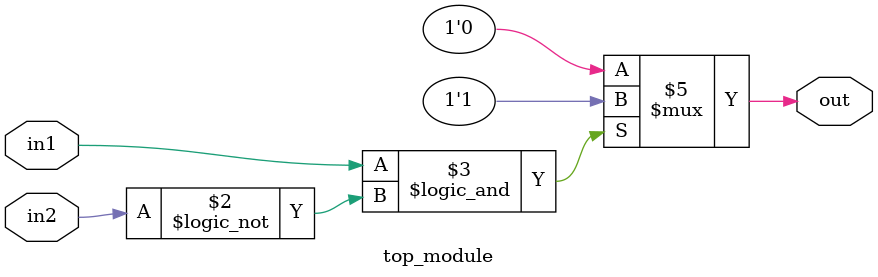
<source format=sv>
module top_module (
	input in1,
	input in2,
	output logic out
);
    always_comb begin
        if (in1 && !in2)
            out = 1;
        else
            out = 0;
    end
endmodule

</source>
